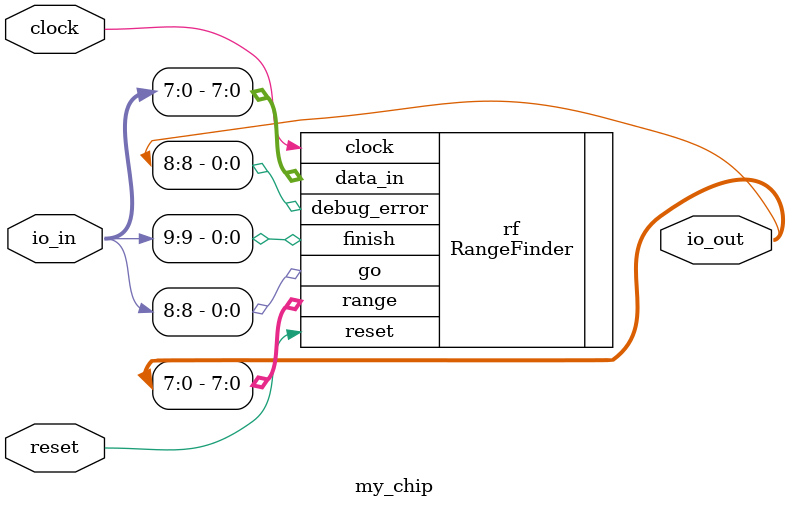
<source format=sv>
`default_nettype none

module my_chip (
    input logic [11:0] io_in, // Inputs to your chip
    output logic [11:0] io_out, // Outputs from your chip
    input logic clock,
    input logic reset // Important: Reset is ACTIVE-HIGH
);
    
     RangeFinder #(8) rf(.data_in(io_in[7:0]), .clock, .reset, 
                                        .go(io_in[8]), .finish(io_in[9]),
                                        .range(io_out[7:0]),
                                        .debug_error(io_out[8]));

endmodule

</source>
